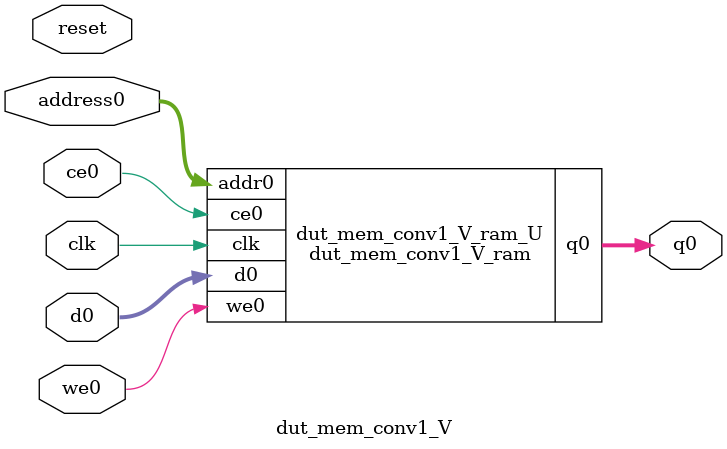
<source format=v>

`timescale 1 ns / 1 ps
module dut_mem_conv1_V_ram (addr0, ce0, d0, we0, q0,  clk);

parameter DWIDTH = 16;
parameter AWIDTH = 10;
parameter MEM_SIZE = 800;

input[AWIDTH-1:0] addr0;
input ce0;
input[DWIDTH-1:0] d0;
input we0;
output reg[DWIDTH-1:0] q0;
input clk;

(* ram_style = "block" *)reg [DWIDTH-1:0] ram[MEM_SIZE-1:0];




always @(posedge clk)  
begin 
    if (ce0) 
    begin
        if (we0) 
        begin 
            ram[addr0] <= d0; 
            q0 <= d0;
        end 
        else 
            q0 <= ram[addr0];
    end
end


endmodule


`timescale 1 ns / 1 ps
module dut_mem_conv1_V(
    reset,
    clk,
    address0,
    ce0,
    we0,
    d0,
    q0);

parameter DataWidth = 32'd16;
parameter AddressRange = 32'd800;
parameter AddressWidth = 32'd10;
input reset;
input clk;
input[AddressWidth - 1:0] address0;
input ce0;
input we0;
input[DataWidth - 1:0] d0;
output[DataWidth - 1:0] q0;



dut_mem_conv1_V_ram dut_mem_conv1_V_ram_U(
    .clk( clk ),
    .addr0( address0 ),
    .ce0( ce0 ),
    .d0( d0 ),
    .we0( we0 ),
    .q0( q0 ));

endmodule


</source>
